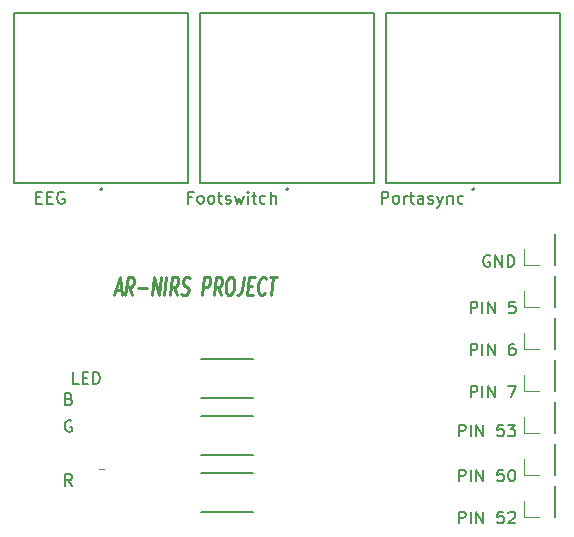
<source format=gbr>
%TF.GenerationSoftware,KiCad,Pcbnew,(6.0.1)*%
%TF.CreationDate,2022-03-09T16:15:59-05:00*%
%TF.ProjectId,pcb_arduino,7063625f-6172-4647-9569-6e6f2e6b6963,rev?*%
%TF.SameCoordinates,Original*%
%TF.FileFunction,Legend,Top*%
%TF.FilePolarity,Positive*%
%FSLAX46Y46*%
G04 Gerber Fmt 4.6, Leading zero omitted, Abs format (unit mm)*
G04 Created by KiCad (PCBNEW (6.0.1)) date 2022-03-09 16:15:59*
%MOMM*%
%LPD*%
G01*
G04 APERTURE LIST*
%ADD10C,0.250000*%
%ADD11C,0.150000*%
%ADD12C,0.120000*%
%ADD13C,0.127000*%
%ADD14C,0.200000*%
G04 APERTURE END LIST*
D10*
X118927276Y-104390000D02*
X119403467Y-104390000D01*
X118778467Y-104818571D02*
X119299300Y-103318571D01*
X119445133Y-104818571D01*
X120349895Y-104818571D02*
X120105848Y-104104285D01*
X119778467Y-104818571D02*
X119965967Y-103318571D01*
X120346919Y-103318571D01*
X120433229Y-103390000D01*
X120471919Y-103461428D01*
X120501681Y-103604285D01*
X120474895Y-103818571D01*
X120409419Y-103961428D01*
X120352872Y-104032857D01*
X120248705Y-104104285D01*
X119867752Y-104104285D01*
X120849895Y-104247142D02*
X121611800Y-104247142D01*
X122016562Y-104818571D02*
X122204062Y-103318571D01*
X122587991Y-104818571D01*
X122775491Y-103318571D01*
X123064181Y-104818571D02*
X123251681Y-103318571D01*
X124111800Y-104818571D02*
X123867752Y-104104285D01*
X123540372Y-104818571D02*
X123727872Y-103318571D01*
X124108824Y-103318571D01*
X124195133Y-103390000D01*
X124233824Y-103461428D01*
X124263586Y-103604285D01*
X124236800Y-103818571D01*
X124171324Y-103961428D01*
X124114776Y-104032857D01*
X124010610Y-104104285D01*
X123629657Y-104104285D01*
X124501681Y-104747142D02*
X124635610Y-104818571D01*
X124873705Y-104818571D01*
X124977872Y-104747142D01*
X125034419Y-104675714D01*
X125099895Y-104532857D01*
X125117752Y-104390000D01*
X125087991Y-104247142D01*
X125049300Y-104175714D01*
X124962991Y-104104285D01*
X124781443Y-104032857D01*
X124695133Y-103961428D01*
X124656443Y-103890000D01*
X124626681Y-103747142D01*
X124644538Y-103604285D01*
X124710014Y-103461428D01*
X124766562Y-103390000D01*
X124870729Y-103318571D01*
X125108824Y-103318571D01*
X125242752Y-103390000D01*
X126254657Y-104818571D02*
X126442157Y-103318571D01*
X126823110Y-103318571D01*
X126909419Y-103390000D01*
X126948110Y-103461428D01*
X126977872Y-103604285D01*
X126951086Y-103818571D01*
X126885610Y-103961428D01*
X126829062Y-104032857D01*
X126724895Y-104104285D01*
X126343943Y-104104285D01*
X127826086Y-104818571D02*
X127582038Y-104104285D01*
X127254657Y-104818571D02*
X127442157Y-103318571D01*
X127823110Y-103318571D01*
X127909419Y-103390000D01*
X127948110Y-103461428D01*
X127977872Y-103604285D01*
X127951086Y-103818571D01*
X127885610Y-103961428D01*
X127829062Y-104032857D01*
X127724895Y-104104285D01*
X127343943Y-104104285D01*
X128632633Y-103318571D02*
X128823110Y-103318571D01*
X128909419Y-103390000D01*
X128986800Y-103532857D01*
X128998705Y-103818571D01*
X128936205Y-104318571D01*
X128852872Y-104604285D01*
X128739776Y-104747142D01*
X128635610Y-104818571D01*
X128445133Y-104818571D01*
X128358824Y-104747142D01*
X128281443Y-104604285D01*
X128269538Y-104318571D01*
X128332038Y-103818571D01*
X128415372Y-103532857D01*
X128528467Y-103390000D01*
X128632633Y-103318571D01*
X129775491Y-103318571D02*
X129641562Y-104390000D01*
X129567157Y-104604285D01*
X129454062Y-104747142D01*
X129302276Y-104818571D01*
X129207038Y-104818571D01*
X130162395Y-104032857D02*
X130495729Y-104032857D01*
X130540372Y-104818571D02*
X130064181Y-104818571D01*
X130251681Y-103318571D01*
X130727872Y-103318571D01*
X131558229Y-104675714D02*
X131501681Y-104747142D01*
X131349895Y-104818571D01*
X131254657Y-104818571D01*
X131120729Y-104747142D01*
X131043348Y-104604285D01*
X131013586Y-104461428D01*
X131001681Y-104175714D01*
X131028467Y-103961428D01*
X131111800Y-103675714D01*
X131177276Y-103532857D01*
X131290372Y-103390000D01*
X131442157Y-103318571D01*
X131537395Y-103318571D01*
X131671324Y-103390000D01*
X131710014Y-103461428D01*
X132013586Y-103318571D02*
X132585014Y-103318571D01*
X132111800Y-104818571D02*
X132299300Y-103318571D01*
D11*
X115196904Y-115451000D02*
X115101666Y-115403380D01*
X114958809Y-115403380D01*
X114815952Y-115451000D01*
X114720714Y-115546238D01*
X114673095Y-115641476D01*
X114625476Y-115831952D01*
X114625476Y-115974809D01*
X114673095Y-116165285D01*
X114720714Y-116260523D01*
X114815952Y-116355761D01*
X114958809Y-116403380D01*
X115054047Y-116403380D01*
X115196904Y-116355761D01*
X115244523Y-116308142D01*
X115244523Y-115974809D01*
X115054047Y-115974809D01*
X115006428Y-113593571D02*
X115149285Y-113641190D01*
X115196904Y-113688809D01*
X115244523Y-113784047D01*
X115244523Y-113926904D01*
X115196904Y-114022142D01*
X115149285Y-114069761D01*
X115054047Y-114117380D01*
X114673095Y-114117380D01*
X114673095Y-113117380D01*
X115006428Y-113117380D01*
X115101666Y-113165000D01*
X115149285Y-113212619D01*
X115196904Y-113307857D01*
X115196904Y-113403095D01*
X115149285Y-113498333D01*
X115101666Y-113545952D01*
X115006428Y-113593571D01*
X114673095Y-113593571D01*
X115244523Y-120975380D02*
X114911190Y-120499190D01*
X114673095Y-120975380D02*
X114673095Y-119975380D01*
X115054047Y-119975380D01*
X115149285Y-120023000D01*
X115196904Y-120070619D01*
X115244523Y-120165857D01*
X115244523Y-120308714D01*
X115196904Y-120403952D01*
X115149285Y-120451571D01*
X115054047Y-120499190D01*
X114673095Y-120499190D01*
%TO.C,LED*%
X115816142Y-112339380D02*
X115339952Y-112339380D01*
X115339952Y-111339380D01*
X116149476Y-111815571D02*
X116482809Y-111815571D01*
X116625666Y-112339380D02*
X116149476Y-112339380D01*
X116149476Y-111339380D01*
X116625666Y-111339380D01*
X117054238Y-112339380D02*
X117054238Y-111339380D01*
X117292333Y-111339380D01*
X117435190Y-111387000D01*
X117530428Y-111482238D01*
X117578047Y-111577476D01*
X117625666Y-111767952D01*
X117625666Y-111910809D01*
X117578047Y-112101285D01*
X117530428Y-112196523D01*
X117435190Y-112291761D01*
X117292333Y-112339380D01*
X117054238Y-112339380D01*
%TO.C,PIN 50*%
X148010857Y-120594380D02*
X148010857Y-119594380D01*
X148391809Y-119594380D01*
X148487047Y-119642000D01*
X148534666Y-119689619D01*
X148582285Y-119784857D01*
X148582285Y-119927714D01*
X148534666Y-120022952D01*
X148487047Y-120070571D01*
X148391809Y-120118190D01*
X148010857Y-120118190D01*
X149010857Y-120594380D02*
X149010857Y-119594380D01*
X149487047Y-120594380D02*
X149487047Y-119594380D01*
X150058476Y-120594380D01*
X150058476Y-119594380D01*
X151772761Y-119594380D02*
X151296571Y-119594380D01*
X151248952Y-120070571D01*
X151296571Y-120022952D01*
X151391809Y-119975333D01*
X151629904Y-119975333D01*
X151725142Y-120022952D01*
X151772761Y-120070571D01*
X151820380Y-120165809D01*
X151820380Y-120403904D01*
X151772761Y-120499142D01*
X151725142Y-120546761D01*
X151629904Y-120594380D01*
X151391809Y-120594380D01*
X151296571Y-120546761D01*
X151248952Y-120499142D01*
X152439428Y-119594380D02*
X152534666Y-119594380D01*
X152629904Y-119642000D01*
X152677523Y-119689619D01*
X152725142Y-119784857D01*
X152772761Y-119975333D01*
X152772761Y-120213428D01*
X152725142Y-120403904D01*
X152677523Y-120499142D01*
X152629904Y-120546761D01*
X152534666Y-120594380D01*
X152439428Y-120594380D01*
X152344190Y-120546761D01*
X152296571Y-120499142D01*
X152248952Y-120403904D01*
X152201333Y-120213428D01*
X152201333Y-119975333D01*
X152248952Y-119784857D01*
X152296571Y-119689619D01*
X152344190Y-119642000D01*
X152439428Y-119594380D01*
%TO.C,EEG*%
X112237333Y-96558571D02*
X112570666Y-96558571D01*
X112713523Y-97082380D02*
X112237333Y-97082380D01*
X112237333Y-96082380D01*
X112713523Y-96082380D01*
X113142095Y-96558571D02*
X113475428Y-96558571D01*
X113618285Y-97082380D02*
X113142095Y-97082380D01*
X113142095Y-96082380D01*
X113618285Y-96082380D01*
X114570666Y-96130000D02*
X114475428Y-96082380D01*
X114332571Y-96082380D01*
X114189714Y-96130000D01*
X114094476Y-96225238D01*
X114046857Y-96320476D01*
X113999238Y-96510952D01*
X113999238Y-96653809D01*
X114046857Y-96844285D01*
X114094476Y-96939523D01*
X114189714Y-97034761D01*
X114332571Y-97082380D01*
X114427809Y-97082380D01*
X114570666Y-97034761D01*
X114618285Y-96987142D01*
X114618285Y-96653809D01*
X114427809Y-96653809D01*
%TO.C,PIN 6*%
X148995047Y-109926380D02*
X148995047Y-108926380D01*
X149376000Y-108926380D01*
X149471238Y-108974000D01*
X149518857Y-109021619D01*
X149566476Y-109116857D01*
X149566476Y-109259714D01*
X149518857Y-109354952D01*
X149471238Y-109402571D01*
X149376000Y-109450190D01*
X148995047Y-109450190D01*
X149995047Y-109926380D02*
X149995047Y-108926380D01*
X150471238Y-109926380D02*
X150471238Y-108926380D01*
X151042666Y-109926380D01*
X151042666Y-108926380D01*
X152709333Y-108926380D02*
X152518857Y-108926380D01*
X152423619Y-108974000D01*
X152376000Y-109021619D01*
X152280761Y-109164476D01*
X152233142Y-109354952D01*
X152233142Y-109735904D01*
X152280761Y-109831142D01*
X152328380Y-109878761D01*
X152423619Y-109926380D01*
X152614095Y-109926380D01*
X152709333Y-109878761D01*
X152756952Y-109831142D01*
X152804571Y-109735904D01*
X152804571Y-109497809D01*
X152756952Y-109402571D01*
X152709333Y-109354952D01*
X152614095Y-109307333D01*
X152423619Y-109307333D01*
X152328380Y-109354952D01*
X152280761Y-109402571D01*
X152233142Y-109497809D01*
%TO.C,Footswitch*%
X125397047Y-96558571D02*
X125063714Y-96558571D01*
X125063714Y-97082380D02*
X125063714Y-96082380D01*
X125539904Y-96082380D01*
X126063714Y-97082380D02*
X125968476Y-97034761D01*
X125920857Y-96987142D01*
X125873238Y-96891904D01*
X125873238Y-96606190D01*
X125920857Y-96510952D01*
X125968476Y-96463333D01*
X126063714Y-96415714D01*
X126206571Y-96415714D01*
X126301809Y-96463333D01*
X126349428Y-96510952D01*
X126397047Y-96606190D01*
X126397047Y-96891904D01*
X126349428Y-96987142D01*
X126301809Y-97034761D01*
X126206571Y-97082380D01*
X126063714Y-97082380D01*
X126968476Y-97082380D02*
X126873238Y-97034761D01*
X126825619Y-96987142D01*
X126778000Y-96891904D01*
X126778000Y-96606190D01*
X126825619Y-96510952D01*
X126873238Y-96463333D01*
X126968476Y-96415714D01*
X127111333Y-96415714D01*
X127206571Y-96463333D01*
X127254190Y-96510952D01*
X127301809Y-96606190D01*
X127301809Y-96891904D01*
X127254190Y-96987142D01*
X127206571Y-97034761D01*
X127111333Y-97082380D01*
X126968476Y-97082380D01*
X127587523Y-96415714D02*
X127968476Y-96415714D01*
X127730380Y-96082380D02*
X127730380Y-96939523D01*
X127778000Y-97034761D01*
X127873238Y-97082380D01*
X127968476Y-97082380D01*
X128254190Y-97034761D02*
X128349428Y-97082380D01*
X128539904Y-97082380D01*
X128635142Y-97034761D01*
X128682761Y-96939523D01*
X128682761Y-96891904D01*
X128635142Y-96796666D01*
X128539904Y-96749047D01*
X128397047Y-96749047D01*
X128301809Y-96701428D01*
X128254190Y-96606190D01*
X128254190Y-96558571D01*
X128301809Y-96463333D01*
X128397047Y-96415714D01*
X128539904Y-96415714D01*
X128635142Y-96463333D01*
X129016095Y-96415714D02*
X129206571Y-97082380D01*
X129397047Y-96606190D01*
X129587523Y-97082380D01*
X129778000Y-96415714D01*
X130158952Y-97082380D02*
X130158952Y-96415714D01*
X130158952Y-96082380D02*
X130111333Y-96130000D01*
X130158952Y-96177619D01*
X130206571Y-96130000D01*
X130158952Y-96082380D01*
X130158952Y-96177619D01*
X130492285Y-96415714D02*
X130873238Y-96415714D01*
X130635142Y-96082380D02*
X130635142Y-96939523D01*
X130682761Y-97034761D01*
X130778000Y-97082380D01*
X130873238Y-97082380D01*
X131635142Y-97034761D02*
X131539904Y-97082380D01*
X131349428Y-97082380D01*
X131254190Y-97034761D01*
X131206571Y-96987142D01*
X131158952Y-96891904D01*
X131158952Y-96606190D01*
X131206571Y-96510952D01*
X131254190Y-96463333D01*
X131349428Y-96415714D01*
X131539904Y-96415714D01*
X131635142Y-96463333D01*
X132063714Y-97082380D02*
X132063714Y-96082380D01*
X132492285Y-97082380D02*
X132492285Y-96558571D01*
X132444666Y-96463333D01*
X132349428Y-96415714D01*
X132206571Y-96415714D01*
X132111333Y-96463333D01*
X132063714Y-96510952D01*
%TO.C,PIN 53*%
X148010857Y-116784380D02*
X148010857Y-115784380D01*
X148391809Y-115784380D01*
X148487047Y-115832000D01*
X148534666Y-115879619D01*
X148582285Y-115974857D01*
X148582285Y-116117714D01*
X148534666Y-116212952D01*
X148487047Y-116260571D01*
X148391809Y-116308190D01*
X148010857Y-116308190D01*
X149010857Y-116784380D02*
X149010857Y-115784380D01*
X149487047Y-116784380D02*
X149487047Y-115784380D01*
X150058476Y-116784380D01*
X150058476Y-115784380D01*
X151772761Y-115784380D02*
X151296571Y-115784380D01*
X151248952Y-116260571D01*
X151296571Y-116212952D01*
X151391809Y-116165333D01*
X151629904Y-116165333D01*
X151725142Y-116212952D01*
X151772761Y-116260571D01*
X151820380Y-116355809D01*
X151820380Y-116593904D01*
X151772761Y-116689142D01*
X151725142Y-116736761D01*
X151629904Y-116784380D01*
X151391809Y-116784380D01*
X151296571Y-116736761D01*
X151248952Y-116689142D01*
X152153714Y-115784380D02*
X152772761Y-115784380D01*
X152439428Y-116165333D01*
X152582285Y-116165333D01*
X152677523Y-116212952D01*
X152725142Y-116260571D01*
X152772761Y-116355809D01*
X152772761Y-116593904D01*
X152725142Y-116689142D01*
X152677523Y-116736761D01*
X152582285Y-116784380D01*
X152296571Y-116784380D01*
X152201333Y-116736761D01*
X152153714Y-116689142D01*
%TO.C,GND*%
X150622095Y-101481000D02*
X150526857Y-101433380D01*
X150384000Y-101433380D01*
X150241142Y-101481000D01*
X150145904Y-101576238D01*
X150098285Y-101671476D01*
X150050666Y-101861952D01*
X150050666Y-102004809D01*
X150098285Y-102195285D01*
X150145904Y-102290523D01*
X150241142Y-102385761D01*
X150384000Y-102433380D01*
X150479238Y-102433380D01*
X150622095Y-102385761D01*
X150669714Y-102338142D01*
X150669714Y-102004809D01*
X150479238Y-102004809D01*
X151098285Y-102433380D02*
X151098285Y-101433380D01*
X151669714Y-102433380D01*
X151669714Y-101433380D01*
X152145904Y-102433380D02*
X152145904Y-101433380D01*
X152384000Y-101433380D01*
X152526857Y-101481000D01*
X152622095Y-101576238D01*
X152669714Y-101671476D01*
X152717333Y-101861952D01*
X152717333Y-102004809D01*
X152669714Y-102195285D01*
X152622095Y-102290523D01*
X152526857Y-102385761D01*
X152384000Y-102433380D01*
X152145904Y-102433380D01*
%TO.C,PIN 7*%
X148995047Y-113482380D02*
X148995047Y-112482380D01*
X149376000Y-112482380D01*
X149471238Y-112530000D01*
X149518857Y-112577619D01*
X149566476Y-112672857D01*
X149566476Y-112815714D01*
X149518857Y-112910952D01*
X149471238Y-112958571D01*
X149376000Y-113006190D01*
X148995047Y-113006190D01*
X149995047Y-113482380D02*
X149995047Y-112482380D01*
X150471238Y-113482380D02*
X150471238Y-112482380D01*
X151042666Y-113482380D01*
X151042666Y-112482380D01*
X152185523Y-112482380D02*
X152852190Y-112482380D01*
X152423619Y-113482380D01*
%TO.C,PIN 52*%
X148010857Y-124150380D02*
X148010857Y-123150380D01*
X148391809Y-123150380D01*
X148487047Y-123198000D01*
X148534666Y-123245619D01*
X148582285Y-123340857D01*
X148582285Y-123483714D01*
X148534666Y-123578952D01*
X148487047Y-123626571D01*
X148391809Y-123674190D01*
X148010857Y-123674190D01*
X149010857Y-124150380D02*
X149010857Y-123150380D01*
X149487047Y-124150380D02*
X149487047Y-123150380D01*
X150058476Y-124150380D01*
X150058476Y-123150380D01*
X151772761Y-123150380D02*
X151296571Y-123150380D01*
X151248952Y-123626571D01*
X151296571Y-123578952D01*
X151391809Y-123531333D01*
X151629904Y-123531333D01*
X151725142Y-123578952D01*
X151772761Y-123626571D01*
X151820380Y-123721809D01*
X151820380Y-123959904D01*
X151772761Y-124055142D01*
X151725142Y-124102761D01*
X151629904Y-124150380D01*
X151391809Y-124150380D01*
X151296571Y-124102761D01*
X151248952Y-124055142D01*
X152201333Y-123245619D02*
X152248952Y-123198000D01*
X152344190Y-123150380D01*
X152582285Y-123150380D01*
X152677523Y-123198000D01*
X152725142Y-123245619D01*
X152772761Y-123340857D01*
X152772761Y-123436095D01*
X152725142Y-123578952D01*
X152153714Y-124150380D01*
X152772761Y-124150380D01*
%TO.C,PIN 5*%
X148995047Y-106370380D02*
X148995047Y-105370380D01*
X149376000Y-105370380D01*
X149471238Y-105418000D01*
X149518857Y-105465619D01*
X149566476Y-105560857D01*
X149566476Y-105703714D01*
X149518857Y-105798952D01*
X149471238Y-105846571D01*
X149376000Y-105894190D01*
X148995047Y-105894190D01*
X149995047Y-106370380D02*
X149995047Y-105370380D01*
X150471238Y-106370380D02*
X150471238Y-105370380D01*
X151042666Y-106370380D01*
X151042666Y-105370380D01*
X152756952Y-105370380D02*
X152280761Y-105370380D01*
X152233142Y-105846571D01*
X152280761Y-105798952D01*
X152376000Y-105751333D01*
X152614095Y-105751333D01*
X152709333Y-105798952D01*
X152756952Y-105846571D01*
X152804571Y-105941809D01*
X152804571Y-106179904D01*
X152756952Y-106275142D01*
X152709333Y-106322761D01*
X152614095Y-106370380D01*
X152376000Y-106370380D01*
X152280761Y-106322761D01*
X152233142Y-106275142D01*
%TO.C,Portasync*%
X141471428Y-97082380D02*
X141471428Y-96082380D01*
X141852380Y-96082380D01*
X141947619Y-96130000D01*
X141995238Y-96177619D01*
X142042857Y-96272857D01*
X142042857Y-96415714D01*
X141995238Y-96510952D01*
X141947619Y-96558571D01*
X141852380Y-96606190D01*
X141471428Y-96606190D01*
X142614285Y-97082380D02*
X142519047Y-97034761D01*
X142471428Y-96987142D01*
X142423809Y-96891904D01*
X142423809Y-96606190D01*
X142471428Y-96510952D01*
X142519047Y-96463333D01*
X142614285Y-96415714D01*
X142757142Y-96415714D01*
X142852380Y-96463333D01*
X142900000Y-96510952D01*
X142947619Y-96606190D01*
X142947619Y-96891904D01*
X142900000Y-96987142D01*
X142852380Y-97034761D01*
X142757142Y-97082380D01*
X142614285Y-97082380D01*
X143376190Y-97082380D02*
X143376190Y-96415714D01*
X143376190Y-96606190D02*
X143423809Y-96510952D01*
X143471428Y-96463333D01*
X143566666Y-96415714D01*
X143661904Y-96415714D01*
X143852380Y-96415714D02*
X144233333Y-96415714D01*
X143995238Y-96082380D02*
X143995238Y-96939523D01*
X144042857Y-97034761D01*
X144138095Y-97082380D01*
X144233333Y-97082380D01*
X144995238Y-97082380D02*
X144995238Y-96558571D01*
X144947619Y-96463333D01*
X144852380Y-96415714D01*
X144661904Y-96415714D01*
X144566666Y-96463333D01*
X144995238Y-97034761D02*
X144900000Y-97082380D01*
X144661904Y-97082380D01*
X144566666Y-97034761D01*
X144519047Y-96939523D01*
X144519047Y-96844285D01*
X144566666Y-96749047D01*
X144661904Y-96701428D01*
X144900000Y-96701428D01*
X144995238Y-96653809D01*
X145423809Y-97034761D02*
X145519047Y-97082380D01*
X145709523Y-97082380D01*
X145804761Y-97034761D01*
X145852380Y-96939523D01*
X145852380Y-96891904D01*
X145804761Y-96796666D01*
X145709523Y-96749047D01*
X145566666Y-96749047D01*
X145471428Y-96701428D01*
X145423809Y-96606190D01*
X145423809Y-96558571D01*
X145471428Y-96463333D01*
X145566666Y-96415714D01*
X145709523Y-96415714D01*
X145804761Y-96463333D01*
X146185714Y-96415714D02*
X146423809Y-97082380D01*
X146661904Y-96415714D02*
X146423809Y-97082380D01*
X146328571Y-97320476D01*
X146280952Y-97368095D01*
X146185714Y-97415714D01*
X147042857Y-96415714D02*
X147042857Y-97082380D01*
X147042857Y-96510952D02*
X147090476Y-96463333D01*
X147185714Y-96415714D01*
X147328571Y-96415714D01*
X147423809Y-96463333D01*
X147471428Y-96558571D01*
X147471428Y-97082380D01*
X148376190Y-97034761D02*
X148280952Y-97082380D01*
X148090476Y-97082380D01*
X147995238Y-97034761D01*
X147947619Y-96987142D01*
X147900000Y-96891904D01*
X147900000Y-96606190D01*
X147947619Y-96510952D01*
X147995238Y-96463333D01*
X148090476Y-96415714D01*
X148280952Y-96415714D01*
X148376190Y-96463333D01*
D12*
%TO.C,LED*%
X117539000Y-119590500D02*
X118004000Y-119590500D01*
D13*
%TO.C,R*%
X126197000Y-119909000D02*
X130597000Y-119909000D01*
X126197000Y-123169000D02*
X130597000Y-123169000D01*
D12*
%TO.C,PIN 50*%
X156083000Y-120075000D02*
X156083000Y-117415000D01*
X156083000Y-120075000D02*
X156143000Y-120075000D01*
X153483000Y-120075000D02*
X153483000Y-118745000D01*
X156083000Y-117415000D02*
X156143000Y-117415000D01*
X154813000Y-120075000D02*
X153483000Y-120075000D01*
X156143000Y-120075000D02*
X156143000Y-117415000D01*
D14*
%TO.C,EEG*%
X117829000Y-95865000D02*
G75*
G03*
X117829000Y-95865000I-100000J0D01*
G01*
D13*
X125079000Y-80965000D02*
X125079000Y-95365000D01*
X110379000Y-95365000D02*
X125079000Y-95365000D01*
X110379000Y-95365000D02*
X110379000Y-80965000D01*
X110379000Y-80965000D02*
X125079000Y-80965000D01*
D12*
%TO.C,PIN 6*%
X156083000Y-109407000D02*
X156143000Y-109407000D01*
X156083000Y-106747000D02*
X156143000Y-106747000D01*
X153483000Y-109407000D02*
X153483000Y-108077000D01*
X156083000Y-109407000D02*
X156083000Y-106747000D01*
X154813000Y-109407000D02*
X153483000Y-109407000D01*
X156143000Y-109407000D02*
X156143000Y-106747000D01*
D13*
%TO.C,R*%
X126197000Y-118343000D02*
X130597000Y-118343000D01*
X126197000Y-115083000D02*
X130597000Y-115083000D01*
%TO.C,Footswitch*%
X126127000Y-80965000D02*
X140827000Y-80965000D01*
X126127000Y-95365000D02*
X126127000Y-80965000D01*
X140827000Y-80965000D02*
X140827000Y-95365000D01*
X126127000Y-95365000D02*
X140827000Y-95365000D01*
D14*
X133577000Y-95865000D02*
G75*
G03*
X133577000Y-95865000I-100000J0D01*
G01*
D12*
%TO.C,PIN 53*%
X154813000Y-116519000D02*
X153483000Y-116519000D01*
X156083000Y-116519000D02*
X156143000Y-116519000D01*
X156143000Y-116519000D02*
X156143000Y-113859000D01*
X156083000Y-116519000D02*
X156083000Y-113859000D01*
X153483000Y-116519000D02*
X153483000Y-115189000D01*
X156083000Y-113859000D02*
X156143000Y-113859000D01*
%TO.C,GND*%
X156083000Y-102295000D02*
X156083000Y-99635000D01*
X156143000Y-102295000D02*
X156143000Y-99635000D01*
X154813000Y-102295000D02*
X153483000Y-102295000D01*
X153483000Y-102295000D02*
X153483000Y-100965000D01*
X156083000Y-99635000D02*
X156143000Y-99635000D01*
X156083000Y-102295000D02*
X156143000Y-102295000D01*
%TO.C,PIN 7*%
X156083000Y-112963000D02*
X156083000Y-110303000D01*
X156143000Y-112963000D02*
X156143000Y-110303000D01*
X153483000Y-112963000D02*
X153483000Y-111633000D01*
X154813000Y-112963000D02*
X153483000Y-112963000D01*
X156083000Y-110303000D02*
X156143000Y-110303000D01*
X156083000Y-112963000D02*
X156143000Y-112963000D01*
%TO.C,PIN 52*%
X156083000Y-123631000D02*
X156083000Y-120971000D01*
X156083000Y-123631000D02*
X156143000Y-123631000D01*
X156083000Y-120971000D02*
X156143000Y-120971000D01*
X153483000Y-123631000D02*
X153483000Y-122301000D01*
X156143000Y-123631000D02*
X156143000Y-120971000D01*
X154813000Y-123631000D02*
X153483000Y-123631000D01*
D13*
%TO.C,R*%
X126197000Y-113517000D02*
X130597000Y-113517000D01*
X126197000Y-110257000D02*
X130597000Y-110257000D01*
D12*
%TO.C,PIN 5*%
X156143000Y-105851000D02*
X156143000Y-103191000D01*
X154813000Y-105851000D02*
X153483000Y-105851000D01*
X153483000Y-105851000D02*
X153483000Y-104521000D01*
X156083000Y-103191000D02*
X156143000Y-103191000D01*
X156083000Y-105851000D02*
X156143000Y-105851000D01*
X156083000Y-105851000D02*
X156083000Y-103191000D01*
D13*
%TO.C,Portasync*%
X141875000Y-95365000D02*
X156575000Y-95365000D01*
X141875000Y-80965000D02*
X156575000Y-80965000D01*
X141875000Y-95365000D02*
X141875000Y-80965000D01*
X156575000Y-80965000D02*
X156575000Y-95365000D01*
D14*
X149325000Y-95865000D02*
G75*
G03*
X149325000Y-95865000I-100000J0D01*
G01*
%TD*%
M02*

</source>
